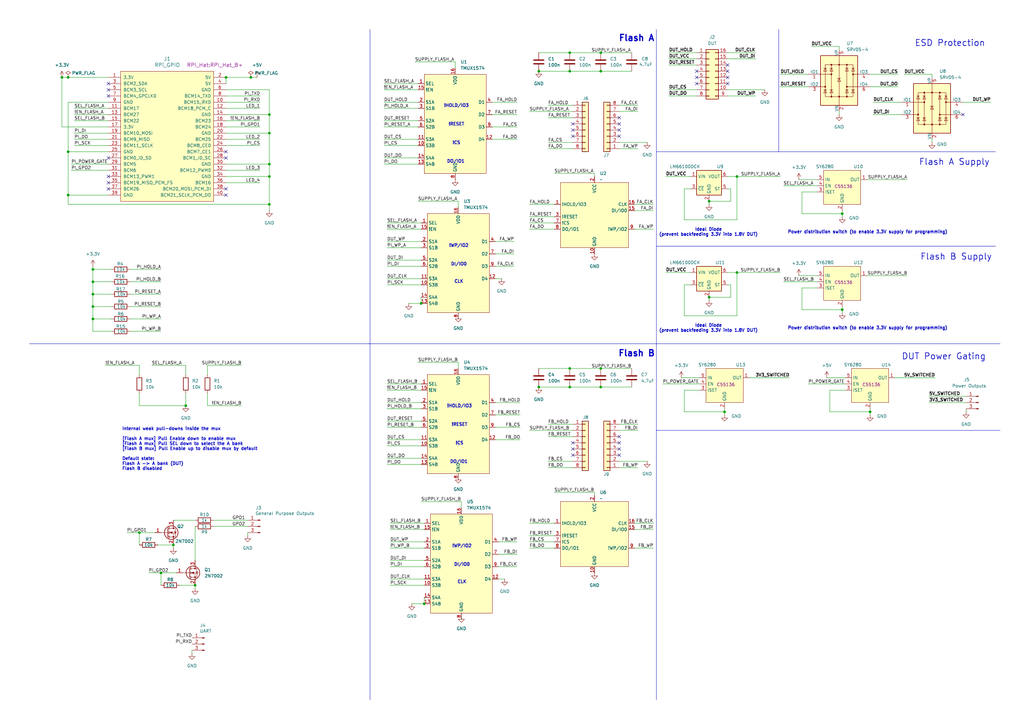
<source format=kicad_sch>
(kicad_sch (version 20231120) (generator "eeschema") (generator_version "8.0")
  (paper "A3")
  (junction (at 233.68 158.75))
  (junction (at 57.15 218.44))
  (junction (at 290.83 121.92))
  (junction (at 27.94 62.23))
  (junction (at 38.1 120.65))
  (junction (at 345.44 127))
  (junction (at 345.44 87.63))
  (junction (at 38.1 115.57))
  (junction (at 102.87 31.75))
  (junction (at 38.1 130.81))
  (junction (at 66.04 234.95))
  (junction (at 290.83 82.55))
  (junction (at 302.26 111.76))
  (junction (at 27.94 80.01))
  (junction (at 220.98 158.75))
  (junction (at 246.38 21.59))
  (junction (at 110.49 83.82))
  (junction (at 172.72 124.46))
  (junction (at 246.38 158.75))
  (junction (at 220.98 29.21))
  (junction (at 297.18 168.91))
  (junction (at 233.68 29.21))
  (junction (at 110.49 72.39))
  (junction (at 80.01 240.03))
  (junction (at 110.49 67.31))
  (junction (at 27.94 31.75))
  (junction (at 233.68 151.13))
  (junction (at 25.4 31.75))
  (junction (at 173.99 247.65))
  (junction (at 302.26 72.39))
  (junction (at 110.49 54.61))
  (junction (at 38.1 125.73))
  (junction (at 38.1 110.49))
  (junction (at 110.49 46.99))
  (junction (at 246.38 29.21))
  (junction (at 246.38 151.13))
  (junction (at 356.87 168.91))
  (junction (at 71.12 223.52))
  (junction (at 233.68 21.59))
  (junction (at 76.2 166.37))
  (junction (at 92.71 31.75))
  (no_connect (at 254 48.26))
  (no_connect (at 285.75 31.75))
  (no_connect (at 254 181.61))
  (no_connect (at 254 50.8))
  (no_connect (at 234.95 184.15))
  (no_connect (at 44.45 64.77))
  (no_connect (at 234.95 55.88))
  (no_connect (at 298.45 31.75))
  (no_connect (at 285.75 34.29))
  (no_connect (at 394.97 46.99))
  (no_connect (at 234.95 53.34))
  (no_connect (at 234.95 186.69))
  (no_connect (at 254 184.15))
  (no_connect (at 254 179.07))
  (no_connect (at 44.45 74.93))
  (no_connect (at 285.75 29.21))
  (no_connect (at 92.71 77.47))
  (no_connect (at 92.71 64.77))
  (no_connect (at 44.45 39.37))
  (no_connect (at 44.45 72.39))
  (no_connect (at 298.45 29.21))
  (no_connect (at 92.71 80.01))
  (no_connect (at 254 55.88))
  (no_connect (at 44.45 77.47))
  (no_connect (at 44.45 34.29))
  (no_connect (at 298.45 26.67))
  (no_connect (at 234.95 181.61))
  (no_connect (at 44.45 36.83))
  (no_connect (at 92.71 62.23))
  (no_connect (at 254 53.34))
  (no_connect (at 254 186.69))
  (no_connect (at 234.95 50.8))
  (no_connect (at 298.45 34.29))
  (wire (pts (xy 368.3 30.48) (xy 356.87 30.48)))
  (wire (pts (xy 38.1 125.73) (xy 38.1 130.81)))
  (polyline (pts (xy 151.765 12.065) (xy 151.765 140.97)))
  (wire (pts (xy 217.17 219.71) (xy 227.33 219.71)))
  (wire (pts (xy 254 189.23) (xy 265.43 189.23)))
  (wire (pts (xy 38.1 125.73) (xy 45.72 125.73)))
  (wire (pts (xy 283.21 116.84) (xy 280.67 116.84)))
  (wire (pts (xy 87.63 215.9) (xy 101.6 215.9)))
  (wire (pts (xy 280.67 129.54) (xy 302.26 129.54)))
  (wire (pts (xy 356.87 168.91) (xy 356.87 167.64)))
  (wire (pts (xy 335.28 78.74) (xy 328.93 78.74)))
  (wire (pts (xy 224.79 60.96) (xy 234.95 60.96)))
  (wire (pts (xy 274.32 26.67) (xy 285.75 26.67)))
  (wire (pts (xy 217.17 88.9) (xy 227.33 88.9)))
  (wire (pts (xy 57.15 223.52) (xy 57.15 218.44)))
  (wire (pts (xy 30.48 59.69) (xy 44.45 59.69)))
  (wire (pts (xy 217.17 45.72) (xy 234.95 45.72)))
  (wire (pts (xy 29.21 67.31) (xy 44.45 67.31)))
  (wire (pts (xy 220.98 21.59) (xy 233.68 21.59)))
  (wire (pts (xy 217.17 224.79) (xy 227.33 224.79)))
  (wire (pts (xy 217.17 83.82) (xy 227.33 83.82)))
  (wire (pts (xy 254 176.53) (xy 261.62 176.53)))
  (wire (pts (xy 158.75 91.44) (xy 172.72 91.44)))
  (wire (pts (xy 27.94 83.82) (xy 27.94 80.01)))
  (wire (pts (xy 297.18 170.18) (xy 297.18 168.91)))
  (wire (pts (xy 27.94 62.23) (xy 27.94 41.91)))
  (wire (pts (xy 213.36 180.34) (xy 203.2 180.34)))
  (wire (pts (xy 283.21 77.47) (xy 280.67 77.47)))
  (wire (pts (xy 171.45 82.55) (xy 187.96 82.55)))
  (wire (pts (xy 327.66 113.03) (xy 335.28 113.03)))
  (wire (pts (xy 358.14 46.99) (xy 369.57 46.99)))
  (wire (pts (xy 110.49 67.31) (xy 110.49 72.39)))
  (wire (pts (xy 298.45 36.83) (xy 313.69 36.83)))
  (wire (pts (xy 173.99 247.65) (xy 173.99 245.11)))
  (wire (pts (xy 71.12 213.36) (xy 80.01 213.36)))
  (wire (pts (xy 297.18 168.91) (xy 297.18 167.64)))
  (wire (pts (xy 204.47 222.25) (xy 212.09 222.25)))
  (wire (pts (xy 187.96 82.55) (xy 187.96 85.09)))
  (wire (pts (xy 246.38 151.13) (xy 259.08 151.13)))
  (wire (pts (xy 80.01 240.03) (xy 80.01 241.3)))
  (wire (pts (xy 158.75 93.98) (xy 172.72 93.98)))
  (wire (pts (xy 25.4 52.07) (xy 44.45 52.07)))
  (wire (pts (xy 233.68 21.59) (xy 246.38 21.59)))
  (wire (pts (xy 157.48 59.69) (xy 171.45 59.69)))
  (wire (pts (xy 158.75 99.06) (xy 172.72 99.06)))
  (wire (pts (xy 344.17 19.05) (xy 344.17 20.32)))
  (wire (pts (xy 227.33 201.93) (xy 243.84 201.93)))
  (wire (pts (xy 73.66 240.03) (xy 80.01 240.03)))
  (wire (pts (xy 92.71 39.37) (xy 106.68 39.37)))
  (wire (pts (xy 53.34 110.49) (xy 66.04 110.49)))
  (wire (pts (xy 106.68 49.53) (xy 92.71 49.53)))
  (wire (pts (xy 92.71 36.83) (xy 110.49 36.83)))
  (wire (pts (xy 157.48 49.53) (xy 171.45 49.53)))
  (wire (pts (xy 345.44 128.27) (xy 345.44 127)))
  (wire (pts (xy 30.48 44.45) (xy 44.45 44.45)))
  (wire (pts (xy 331.47 157.48) (xy 346.71 157.48)))
  (wire (pts (xy 260.35 93.98) (xy 267.97 93.98)))
  (polyline (pts (xy 269.24 176.53) (xy 410.21 176.53)))
  (wire (pts (xy 224.79 179.07) (xy 234.95 179.07)))
  (wire (pts (xy 382.27 30.48) (xy 382.27 31.75)))
  (wire (pts (xy 92.71 44.45) (xy 106.68 44.45)))
  (wire (pts (xy 204.47 227.33) (xy 212.09 227.33)))
  (wire (pts (xy 80.01 229.87) (xy 80.01 215.9)))
  (wire (pts (xy 246.38 21.59) (xy 259.08 21.59)))
  (polyline (pts (xy 151.765 140.97) (xy 151.13 140.97)))
  (wire (pts (xy 243.84 201.93) (xy 243.84 203.2)))
  (wire (pts (xy 203.2 99.06) (xy 210.82 99.06)))
  (wire (pts (xy 233.68 29.21) (xy 246.38 29.21)))
  (wire (pts (xy 203.2 104.14) (xy 210.82 104.14)))
  (wire (pts (xy 260.35 217.17) (xy 267.97 217.17)))
  (wire (pts (xy 298.45 39.37) (xy 309.88 39.37)))
  (wire (pts (xy 38.1 120.65) (xy 45.72 120.65)))
  (wire (pts (xy 213.36 170.18) (xy 203.2 170.18)))
  (wire (pts (xy 212.09 46.99) (xy 201.93 46.99)))
  (polyline (pts (xy 269.24 176.53) (xy 269.24 287.02)))
  (wire (pts (xy 53.34 120.65) (xy 66.04 120.65)))
  (wire (pts (xy 172.72 124.46) (xy 172.72 121.92)))
  (wire (pts (xy 27.94 80.01) (xy 44.45 80.01)))
  (wire (pts (xy 187.96 196.85) (xy 187.96 195.58)))
  (wire (pts (xy 160.02 229.87) (xy 173.99 229.87)))
  (wire (pts (xy 57.15 149.86) (xy 57.15 153.67)))
  (wire (pts (xy 302.26 90.17) (xy 302.26 72.39)))
  (wire (pts (xy 345.44 127) (xy 345.44 125.73)))
  (wire (pts (xy 246.38 29.21) (xy 259.08 29.21)))
  (wire (pts (xy 38.1 130.81) (xy 38.1 135.89)))
  (wire (pts (xy 204.47 237.49) (xy 207.01 237.49)))
  (wire (pts (xy 187.96 148.59) (xy 187.96 151.13)))
  (wire (pts (xy 160.02 217.17) (xy 173.99 217.17)))
  (wire (pts (xy 57.15 218.44) (xy 63.5 218.44)))
  (wire (pts (xy 66.04 234.95) (xy 72.39 234.95)))
  (wire (pts (xy 203.2 109.22) (xy 210.82 109.22)))
  (wire (pts (xy 280.67 160.02) (xy 280.67 168.91)))
  (wire (pts (xy 335.28 118.11) (xy 328.93 118.11)))
  (wire (pts (xy 38.1 135.89) (xy 45.72 135.89)))
  (wire (pts (xy 271.78 157.48) (xy 287.02 157.48)))
  (wire (pts (xy 52.07 218.44) (xy 57.15 218.44)))
  (wire (pts (xy 189.23 205.74) (xy 189.23 208.28)))
  (wire (pts (xy 212.09 57.15) (xy 201.93 57.15)))
  (wire (pts (xy 110.49 54.61) (xy 110.49 67.31)))
  (wire (pts (xy 160.02 232.41) (xy 173.99 232.41)))
  (wire (pts (xy 345.44 87.63) (xy 328.93 87.63)))
  (wire (pts (xy 172.72 205.74) (xy 189.23 205.74)))
  (wire (pts (xy 217.17 91.44) (xy 227.33 91.44)))
  (wire (pts (xy 299.72 82.55) (xy 290.83 82.55)))
  (polyline (pts (xy 151.765 140.97) (xy 151.765 287.02)))
  (wire (pts (xy 307.34 154.94) (xy 323.85 154.94)))
  (wire (pts (xy 217.17 222.25) (xy 227.33 222.25)))
  (wire (pts (xy 370.84 30.48) (xy 382.27 30.48)))
  (wire (pts (xy 260.35 86.36) (xy 267.97 86.36)))
  (wire (pts (xy 30.48 54.61) (xy 44.45 54.61)))
  (wire (pts (xy 254 173.99) (xy 261.62 173.99)))
  (wire (pts (xy 30.48 49.53) (xy 44.45 49.53)))
  (wire (pts (xy 224.79 191.77) (xy 234.95 191.77)))
  (wire (pts (xy 298.45 21.59) (xy 309.88 21.59)))
  (wire (pts (xy 217.17 214.63) (xy 227.33 214.63)))
  (wire (pts (xy 29.21 69.85) (xy 44.45 69.85)))
  (wire (pts (xy 76.2 161.29) (xy 76.2 166.37)))
  (wire (pts (xy 254 43.18) (xy 261.62 43.18)))
  (wire (pts (xy 213.36 175.26) (xy 203.2 175.26)))
  (wire (pts (xy 243.84 71.12) (xy 243.84 72.39)))
  (wire (pts (xy 157.48 52.07) (xy 171.45 52.07)))
  (wire (pts (xy 92.71 31.75) (xy 92.71 34.29)))
  (polyline (pts (xy 269.24 12.065) (xy 269.24 140.97)))
  (wire (pts (xy 157.48 34.29) (xy 171.45 34.29)))
  (wire (pts (xy 160.02 240.03) (xy 173.99 240.03)))
  (wire (pts (xy 382.27 57.15) (xy 382.27 58.42)))
  (polyline (pts (xy 269.24 100.965) (xy 408.305 100.965)))
  (wire (pts (xy 290.83 82.55) (xy 290.83 83.82)))
  (wire (pts (xy 92.71 67.31) (xy 110.49 67.31)))
  (wire (pts (xy 101.6 218.44) (xy 101.6 219.71)))
  (wire (pts (xy 38.1 110.49) (xy 45.72 110.49)))
  (wire (pts (xy 92.71 46.99) (xy 110.49 46.99)))
  (wire (pts (xy 302.26 72.39) (xy 320.04 72.39)))
  (wire (pts (xy 62.23 149.86) (xy 76.2 149.86)))
  (wire (pts (xy 290.83 121.92) (xy 290.83 123.19)))
  (wire (pts (xy 332.74 19.05) (xy 344.17 19.05)))
  (wire (pts (xy 220.98 158.75) (xy 233.68 158.75)))
  (wire (pts (xy 157.48 36.83) (xy 171.45 36.83)))
  (wire (pts (xy 158.75 165.1) (xy 172.72 165.1)))
  (wire (pts (xy 158.75 157.48) (xy 172.72 157.48)))
  (wire (pts (xy 43.18 149.86) (xy 57.15 149.86)))
  (wire (pts (xy 224.79 58.42) (xy 234.95 58.42)))
  (wire (pts (xy 160.02 214.63) (xy 173.99 214.63)))
  (wire (pts (xy 85.09 149.86) (xy 85.09 153.67)))
  (wire (pts (xy 246.38 158.75) (xy 259.08 158.75)))
  (wire (pts (xy 280.67 116.84) (xy 280.67 129.54)))
  (wire (pts (xy 110.49 72.39) (xy 110.49 83.82)))
  (wire (pts (xy 212.09 52.07) (xy 201.93 52.07)))
  (wire (pts (xy 157.48 67.31) (xy 171.45 67.31)))
  (wire (pts (xy 220.98 151.13) (xy 233.68 151.13)))
  (wire (pts (xy 157.48 41.91) (xy 171.45 41.91)))
  (wire (pts (xy 355.6 73.66) (xy 372.11 73.66)))
  (wire (pts (xy 30.48 57.15) (xy 44.45 57.15)))
  (wire (pts (xy 53.34 130.81) (xy 66.04 130.81)))
  (wire (pts (xy 105.41 31.75) (xy 102.87 31.75)))
  (wire (pts (xy 345.44 88.9) (xy 345.44 87.63)))
  (wire (pts (xy 346.71 160.02) (xy 340.36 160.02)))
  (wire (pts (xy 224.79 43.18) (xy 234.95 43.18)))
  (wire (pts (xy 85.09 166.37) (xy 99.06 166.37)))
  (wire (pts (xy 355.6 113.03) (xy 372.11 113.03)))
  (wire (pts (xy 356.87 168.91) (xy 340.36 168.91)))
  (wire (pts (xy 110.49 72.39) (xy 92.71 72.39)))
  (wire (pts (xy 38.1 109.22) (xy 38.1 110.49)))
  (wire (pts (xy 110.49 83.82) (xy 110.49 86.36)))
  (wire (pts (xy 224.79 48.26) (xy 234.95 48.26)))
  (wire (pts (xy 157.48 44.45) (xy 171.45 44.45)))
  (wire (pts (xy 27.94 31.75) (xy 44.45 31.75)))
  (wire (pts (xy 92.71 54.61) (xy 110.49 54.61)))
  (polyline (pts (xy 12.065 140.97) (xy 410.21 140.97)))
  (wire (pts (xy 158.75 190.5) (xy 172.72 190.5)))
  (wire (pts (xy 92.71 57.15) (xy 106.68 57.15)))
  (wire (pts (xy 227.33 71.12) (xy 243.84 71.12)))
  (wire (pts (xy 320.04 30.48) (xy 331.47 30.48)))
  (wire (pts (xy 158.75 182.88) (xy 172.72 182.88)))
  (wire (pts (xy 224.79 189.23) (xy 234.95 189.23)))
  (wire (pts (xy 381 165.1) (xy 396.24 165.1)))
  (wire (pts (xy 187.96 130.81) (xy 187.96 129.54)))
  (wire (pts (xy 328.93 78.74) (xy 328.93 87.63)))
  (wire (pts (xy 38.1 130.81) (xy 45.72 130.81)))
  (wire (pts (xy 356.87 170.18) (xy 356.87 168.91)))
  (wire (pts (xy 328.93 118.11) (xy 328.93 127)))
  (wire (pts (xy 85.09 161.29) (xy 85.09 166.37)))
  (wire (pts (xy 321.31 76.2) (xy 335.28 76.2)))
  (wire (pts (xy 298.45 116.84) (xy 299.72 116.84)))
  (wire (pts (xy 287.02 160.02) (xy 280.67 160.02)))
  (wire (pts (xy 233.68 158.75) (xy 246.38 158.75)))
  (wire (pts (xy 87.63 213.36) (xy 101.6 213.36)))
  (wire (pts (xy 158.75 116.84) (xy 172.72 116.84)))
  (wire (pts (xy 157.48 64.77) (xy 171.45 64.77)))
  (wire (pts (xy 345.44 127) (xy 328.93 127)))
  (wire (pts (xy 160.02 237.49) (xy 173.99 237.49)))
  (wire (pts (xy 38.1 115.57) (xy 45.72 115.57)))
  (wire (pts (xy 260.35 214.63) (xy 267.97 214.63)))
  (wire (pts (xy 53.34 125.73) (xy 66.04 125.73)))
  (wire (pts (xy 27.94 62.23) (xy 44.45 62.23)))
  (wire (pts (xy 170.18 25.4) (xy 186.69 25.4)))
  (wire (pts (xy 92.71 74.93) (xy 106.68 74.93)))
  (wire (pts (xy 298.45 111.76) (xy 302.26 111.76)))
  (wire (pts (xy 273.05 72.39) (xy 283.21 72.39)))
  (wire (pts (xy 358.14 41.91) (xy 369.57 41.91)))
  (wire (pts (xy 254 58.42) (xy 265.43 58.42)))
  (wire (pts (xy 168.91 247.65) (xy 173.99 247.65)))
  (wire (pts (xy 297.18 168.91) (xy 280.67 168.91)))
  (wire (pts (xy 367.03 154.94) (xy 383.54 154.94)))
  (wire (pts (xy 92.71 41.91) (xy 106.68 41.91)))
  (wire (pts (xy 345.44 87.63) (xy 345.44 86.36)))
  (wire (pts (xy 71.12 223.52) (xy 71.12 224.79)))
  (wire (pts (xy 302.26 111.76) (xy 320.04 111.76)))
  (polyline (pts (xy 269.24 62.23) (xy 408.305 62.23)))
  (wire (pts (xy 189.23 254) (xy 189.23 252.73)))
  (wire (pts (xy 260.35 83.82) (xy 267.97 83.82)))
  (wire (pts (xy 38.1 115.57) (xy 38.1 120.65)))
  (wire (pts (xy 167.64 124.46) (xy 172.72 124.46)))
  (polyline (pts (xy 269.24 140.97) (xy 269.24 176.53)))
  (wire (pts (xy 321.31 115.57) (xy 335.28 115.57)))
  (wire (pts (xy 339.09 154.94) (xy 346.71 154.94)))
  (wire (pts (xy 110.49 36.83) (xy 110.49 46.99)))
  (wire (pts (xy 60.96 234.95) (xy 66.04 234.95)))
  (wire (pts (xy 368.3 35.56) (xy 356.87 35.56)))
  (wire (pts (xy 53.34 135.89) (xy 66.04 135.89)))
  (wire (pts (xy 158.75 160.02) (xy 172.72 160.02)))
  (wire (pts (xy 158.75 167.64) (xy 172.72 167.64)))
  (wire (pts (xy 254 60.96) (xy 261.62 60.96)))
  (wire (pts (xy 340.36 160.02) (xy 340.36 168.91)))
  (wire (pts (xy 320.04 35.56) (xy 331.47 35.56)))
  (wire (pts (xy 280.67 77.47) (xy 280.67 90.17)))
  (wire (pts (xy 299.72 77.47) (xy 299.72 82.55)))
  (wire (pts (xy 260.35 224.79) (xy 267.97 224.79)))
  (wire (pts (xy 85.09 149.86) (xy 99.06 149.86)))
  (wire (pts (xy 171.45 148.59) (xy 187.96 148.59)))
  (wire (pts (xy 158.75 180.34) (xy 172.72 180.34)))
  (wire (pts (xy 254 45.72) (xy 261.62 45.72)))
  (wire (pts (xy 30.48 46.99) (xy 44.45 46.99)))
  (wire (pts (xy 160.02 222.25) (xy 173.99 222.25)))
  (wire (pts (xy 224.79 173.99) (xy 234.95 173.99)))
  (wire (pts (xy 57.15 166.37) (xy 57.15 161.29)))
  (wire (pts (xy 27.94 83.82) (xy 110.49 83.82)))
  (wire (pts (xy 280.67 90.17) (xy 302.26 90.17)))
  (wire (pts (xy 78.74 266.7) (xy 78.74 267.97)))
  (wire (pts (xy 204.47 232.41) (xy 212.09 232.41)))
  (wire (pts (xy 302.26 129.54) (xy 302.26 111.76)))
  (wire (pts (xy 160.02 224.79) (xy 173.99 224.79)))
  (wire (pts (xy 158.75 106.68) (xy 172.72 106.68)))
  (wire (pts (xy 274.32 36.83) (xy 285.75 36.83)))
  (wire (pts (xy 217.17 176.53) (xy 234.95 176.53)))
  (wire (pts (xy 406.4 41.91) (xy 394.97 41.91)))
  (wire (pts (xy 327.66 73.66) (xy 335.28 73.66)))
  (wire (pts (xy 213.36 165.1) (xy 203.2 165.1)))
  (wire (pts (xy 158.75 114.3) (xy 172.72 114.3)))
  (wire (pts (xy 27.94 80.01) (xy 27.94 62.23)))
  (wire (pts (xy 298.45 72.39) (xy 302.26 72.39)))
  (wire (pts (xy 217.17 93.98) (xy 227.33 93.98)))
  (wire (pts (xy 233.68 151.13) (xy 246.38 151.13)))
  (wire (pts (xy 158.75 175.26) (xy 172.72 175.26)))
  (wire (pts (xy 298.45 24.13) (xy 309.88 24.13)))
  (wire (pts (xy 220.98 29.21) (xy 233.68 29.21)))
  (wire (pts (xy 299.72 121.92) (xy 290.83 121.92)))
  (wire (pts (xy 299.72 116.84) (xy 299.72 121.92)))
  (wire (pts (xy 298.45 77.47) (xy 299.72 77.47)))
  (wire (pts (xy 396.24 167.64) (xy 396.24 168.91)))
  (wire (pts (xy 38.1 110.49) (xy 38.1 115.57)))
  (wire (pts (xy 273.05 111.76) (xy 283.21 111.76)))
  (wire (pts (xy 186.69 25.4) (xy 186.69 27.94)))
  (wire (pts (xy 254 191.77) (xy 261.62 191.77)))
  (wire (pts (xy 25.4 31.75) (xy 27.94 31.75)))
  (wire (pts (xy 158.75 172.72) (xy 172.72 172.72)))
  (wire (pts (xy 92.71 59.69) (xy 106.68 59.69)))
  (wire (pts (xy 27.94 41.91) (xy 44.45 41.91)))
  (wire (pts (xy 76.2 166.37) (xy 57.15 166.37)))
  (wire (pts (xy 274.32 21.59) (xy 285.75 21.59)))
  (wire (pts (xy 157.48 57.15) (xy 171.45 57.15)))
  (wire (pts (xy 381 162.56) (xy 396.24 162.56)))
  (wire (pts (xy 212.09 41.91) (xy 201.93 41.91)))
  (wire (pts (xy 92.71 69.85) (xy 106.68 69.85)))
  (wire (pts (xy 274.32 24.13) (xy 285.75 24.13)))
  (wire (pts (xy 25.4 52.07) (xy 25.4 31.75)))
  (wire (pts (xy 158.75 109.22) (xy 172.72 109.22)))
  (wire (pts (xy 66.04 240.03) (xy 66.04 234.95)))
  (wire (pts (xy 158.75 187.96) (xy 172.72 187.96)))
  (wire (pts (xy 344.17 45.72) (xy 344.17 46.99)))
  (wire (pts (xy 92.71 52.07) (xy 106.68 52.07)))
  (wire (pts (xy 274.32 39.37) (xy 285.75 39.37)))
  (wire (pts (xy 38.1 120.65) (xy 38.1 125.73)))
  (wire (pts (xy 158.75 101.6) (xy 172.72 101.6)))
  (wire (pts (xy 53.34 115.57) (xy 66.04 115.57)))
  (wire (pts (xy 76.2 149.86) (xy 76.2 153.67)))
  (wire (pts (xy 64.77 223.52) (xy 71.12 223.52)))
  (wire (pts (xy 110.49 46.99) (xy 110.49 54.61)))
  (wire (pts (xy 279.4 154.94) (xy 287.02 154.94)))
  (wire (pts (xy 203.2 114.3) (xy 205.74 114.3)))
  (polyline (pts (xy 319.405 12.065) (xy 319.405 62.23)))
  (wire (pts (xy 102.87 31.75) (xy 92.71 31.75)))
  (text "!HOLD/IO3" (at 188.468 166.624 0) (effects (font (size 1.27 1.27) (thickness 0.254) (bold yes))))
  (text "Flash B" (at 261.112 145.034 0) (effects (font (size 2.54 2.54) (thickness 0.508) (bold yes))))
  (text "Power distribution switch (to enable 3.3V supply for programming)" (at 355.854 134.62 0) (effects (font (size 1.27 1.27) (thickness 0.254) (bold yes))))
  (text "Power distribution switch (to enable 3.3V supply for programming)" (at 355.854 95.25 0) (effects (font (size 1.27 1.27) (thickness 0.254) (bold yes))))
  (text "!RESET" (at 188.468 174.244 0) (effects (font (size 1.27 1.27) (thickness 0.254) (bold yes))))
  (text "Flash B Supply" (at 392.176 105.41 0) (effects (font (size 2.54 2.54) (thickness 0.254) (bold yes))))
  (text "Ideal Diode\n(prevent backfeeding 3.3V into 1.8V DUT)" (at 290.576 95.25 0) (effects (font (size 1.27 1.27) (thickness 0.254) (bold yes))))
  (text "CLK" (at 188.214 115.57 0) (effects (font (size 1.27 1.27) (thickness 0.254) (bold yes))))
  (text "ESD Protection" (at 389.636 17.78 0) (effects (font (size 2.54 2.54) (thickness 0.254) (bold yes))))
  (text "!CS" (at 187.198 58.674 0) (effects (font (size 1.27 1.27) (thickness 0.254) (bold yes))))
  (text "DO/IO1" (at 188.214 189.484 0) (effects (font (size 1.27 1.27) (thickness 0.254) (bold yes))))
  (text "Flash A Supply" (at 391.414 66.548 0) (effects (font (size 2.54 2.54) (thickness 0.254) (bold yes))))
  (text "Ideal Diode\n(prevent backfeeding 3.3V into 1.8V DUT)" (at 290.576 134.62 0) (effects (font (size 1.27 1.27) (thickness 0.254) (bold yes))))
  (text "DI/IO0" (at 188.214 108.458 0) (effects (font (size 1.27 1.27) (thickness 0.254) (bold yes))))
  (text "CLK" (at 189.484 238.76 0) (effects (font (size 1.27 1.27) (thickness 0.254) (bold yes))))
  (text "!WP/IO2" (at 188.214 100.838 0) (effects (font (size 1.27 1.27) (thickness 0.254) (bold yes))))
  (text "DI/IO0" (at 189.484 231.648 0) (effects (font (size 1.27 1.27) (thickness 0.254) (bold yes))))
  (text "!HOLD/IO3" (at 187.198 43.434 0) (effects (font (size 1.27 1.27) (thickness 0.254) (bold yes))))
  (text "!CS" (at 188.468 181.864 0) (effects (font (size 1.27 1.27) (thickness 0.254) (bold yes))))
  (text "Flash A" (at 261.112 15.748 0) (effects (font (size 2.54 2.54) (thickness 0.508) (bold yes))))
  (text "!RESET" (at 187.198 51.054 0) (effects (font (size 1.27 1.27) (thickness 0.254) (bold yes))))
  (text "DO/IO1" (at 186.944 66.294 0) (effects (font (size 1.27 1.27) (thickness 0.254) (bold yes))))
  (text "DUT Power Gating" (at 387.096 146.304 0) (effects (font (size 2.54 2.54) (thickness 0.254) (bold yes))))
  (text "!WP/IO2" (at 189.484 224.028 0) (effects (font (size 1.27 1.27) (thickness 0.254) (bold yes))))
  (text "Internal weak pull-downs inside the mux\n\n[Flash A mux] Pull Enable down to enable mux\n[Flash A mux] Pull SEL down to select the A bank\n[Flash B mux] Pull Enable up to disable mux by default\n\nDefault state: \nFlash A -> A bank (DUT)\nFlash B disabled" (at 50.038 184.15 0) (effects (font (size 1.27 1.27) (thickness 0.254) (bold yes)) (justify left)))
  (label "PI_POWER_GATE" (at 331.47 157.48 0) (effects (font (thickness 0.1588))))
  (label "DUT_HOLD" (at 157.48 41.91 0) (effects (font (thickness 0.1588))))
  (label "PI_DO" (at 157.48 67.31 0))
  (label "FA_CS" (at 217.17 91.44 0) (effects (font (thickness 0.1588))))
  (label "FB_DI" (at 261.62 176.53 180) (effects (font (thickness 0.1588))))
  (label "DUT_RESET" (at 157.48 49.53 0) (effects (font (thickness 0.1588))))
  (label "PI_TXD" (at 106.68 39.37 180))
  (label "DUT_VCC" (at 370.84 30.48 0) (effects (font (thickness 0.254) (bold yes))))
  (label "DUT_DO" (at 274.32 39.37 0) (effects (font (thickness 0.254) (bold yes))))
  (label "PI_RXD" (at 78.74 264.16 180))
  (label "PI_GPO1" (at 52.07 218.44 0))
  (label "FB_WP" (at 261.62 191.77 180) (effects (font (thickness 0.1588))))
  (label "PI_HOLD_B" (at 158.75 167.64 0) (effects (font (thickness 0.1588))))
  (label "DUT_CS" (at 274.32 36.83 0) (effects (font (thickness 0.254) (bold yes))))
  (label "DUT_RESET" (at 274.32 26.67 0) (effects (font (thickness 0.254) (bold yes))))
  (label "PI_DI" (at 30.48 54.61 0))
  (label "DUT_HOLD" (at 274.32 21.59 0) (effects (font (thickness 0.254) (bold yes))))
  (label "SUPPLY_FLASH_B" (at 171.45 148.59 0))
  (label "FA_CLK" (at 210.82 109.22 180) (effects (font (thickness 0.1588))))
  (label "SUPPLY_FLASH_A" (at 217.17 45.72 0))
  (label "SUPPLY_FLASH_A" (at 171.45 82.55 0))
  (label "!EN_FLASH_A" (at 158.75 93.98 0) (effects (font (thickness 0.1588))))
  (label "GPO1" (at 95.25 213.36 0))
  (label "FA_CLK" (at 267.97 83.82 180) (effects (font (thickness 0.1588))))
  (label "SUPPLY_FLASH_B" (at 320.04 111.76 180))
  (label "PI_GPO2" (at 29.21 69.85 0))
  (label "PI_POWER_GATE" (at 271.78 157.48 0) (effects (font (thickness 0.1588))))
  (label "LED_3" (at 106.68 69.85 180) (effects (font (thickness 0.1588))))
  (label "SUPPLY_FLASH_B" (at 99.06 149.86 180))
  (label "LED_1" (at 106.68 44.45 180) (effects (font (thickness 0.1588))))
  (label "PI_GPO2" (at 60.96 234.95 0))
  (label "SUPPLY_FLASH_A" (at 372.11 73.66 180))
  (label "FB_DO" (at 224.79 191.77 0) (effects (font (thickness 0.1588))))
  (label "FA_RESET" (at 217.17 88.9 0) (effects (font (thickness 0.1588))))
  (label "DUT_DO" (at 157.48 64.77 0) (effects (font (thickness 0.1588))))
  (label "!EN_FLASH_B" (at 158.75 160.02 0) (effects (font (thickness 0.1588))))
  (label "FB_CLK" (at 212.09 232.41 180) (effects (font (thickness 0.1588))))
  (label "FA_WP" (at 267.97 93.98 180) (effects (font (thickness 0.1588))))
  (label "FA_DI" (at 267.97 86.36 180) (effects (font (thickness 0.1588))))
  (label "DUT_DI" (at 158.75 106.68 0) (effects (font (thickness 0.1588))))
  (label "LED_4" (at 106.68 74.93 180) (effects (font (thickness 0.1588))))
  (label "DUT_DI" (at 160.02 229.87 0) (effects (font (thickness 0.1588))))
  (label "PI_POWER_GATE" (at 29.21 67.31 0) (effects (font (thickness 0.1588))))
  (label "FB_RESET" (at 217.17 219.71 0) (effects (font (thickness 0.1588))))
  (label "FA_DO" (at 212.09 57.15 180) (effects (font (thickness 0.1588))))
  (label "DUT_RESET" (at 320.04 35.56 0) (effects (font (thickness 0.254) (bold yes))))
  (label "PI_RESET_B" (at 66.04 125.73 180) (effects (font (thickness 0.1588))))
  (label "DUT_CLK" (at 309.88 21.59 180) (effects (font (thickness 0.254) (bold yes))))
  (label "FA_DI" (at 210.82 104.14 180) (effects (font (thickness 0.1588))))
  (label "PI_GPO1" (at 106.68 52.07 180))
  (label "SEL_FLASH_B" (at 30.48 49.53 0) (effects (font (thickness 0.1588))))
  (label "SEL_FLASH_A" (at 321.31 76.2 0) (effects (font (thickness 0.1588))))
  (label "SUPPLY_FLASH_A" (at 170.18 25.4 0))
  (label "SUPPLY_FLASH_B" (at 372.11 113.03 180))
  (label "PI_HOLD_A" (at 157.48 44.45 0) (effects (font (thickness 0.1588))))
  (label "FB_CS" (at 224.79 189.23 0) (effects (font (thickness 0.1588))))
  (label "3V3_SWITCHED" (at 381 165.1 0) (effects (font (thickness 0.254) (bold yes))))
  (label "FB_HOLD" (at 217.17 214.63 0) (effects (font (thickness 0.1588))))
  (label "FA_WP" (at 261.62 60.96 180) (effects (font (thickness 0.1588))))
  (label "PI_RESET_A" (at 66.04 120.65 180) (effects (font (thickness 0.1588))))
  (label "DUT_DO" (at 368.3 35.56 180) (effects (font (thickness 0.254) (bold yes))))
  (label "SEL_FLASH_A" (at 158.75 91.44 0) (effects (font (thickness 0.1588))))
  (label "!EN_FLASH_A" (at 30.48 46.99 0) (effects (font (thickness 0.1588))))
  (label "FA_HOLD" (at 224.79 43.18 0) (effects (font (thickness 0.1588))))
  (label "DUT_WP" (at 160.02 222.25 0) (effects (font (thickness 0.1588))))
  (label "SUPPLY_FLASH_A" (at 320.04 72.39 180))
  (label "DUT_CS" (at 157.48 57.15 0) (effects (font (thickness 0.1588))))
  (label "SUPPLY_FLASH_B" (at 227.33 201.93 0))
  (label "5V_SWITCHED" (at 381 162.56 0) (effects (font (thickness 0.254) (bold yes))))
  (label "PI_RESET_B" (at 158.75 175.26 0) (effects (font (thickness 0.1588))))
  (label "PI_TXD" (at 78.74 261.62 180))
  (label "DUT_RESET" (at 158.75 172.72 0) (effects (font (thickness 0.1588))))
  (label "DUT_VCC" (at 332.74 19.05 0) (effects (font (thickness 0.254) (bold yes))))
  (label "SEL_FLASH_A" (at 30.48 44.45 0) (effects (font (thickness 0.1588))))
  (label "DUT_DO" (at 158.75 187.96 0) (effects (font (thickness 0.1588))))
  (label "SUPPLY_FLASH_B" (at 242.57 151.13 0))
  (label "PI_DO" (at 30.48 57.15 0))
  (label "FA_RESET" (at 224.79 48.26 0) (effects (font (thickness 0.1588))))
  (label "SUPPLY_FLASH_B" (at 217.17 176.53 0))
  (label "DUT_VCC" (at 273.05 72.39 0) (effects (font (thickness 0.254) (bold yes))))
  (label "FB_DO" (at 213.36 180.34 180) (effects (font (thickness 0.1588))))
  (label "DUT_WP" (at 406.4 41.91 180) (effects (font (thickness 0.254) (bold yes))))
  (label "DUT_CS" (at 158.75 180.34 0) (effects (font (thickness 0.1588))))
  (label "FA_WP" (at 210.82 99.06 180) (effects (font (thickness 0.1588))))
  (label "FB_WP" (at 212.09 222.25 180) (effects (font (thickness 0.1588))))
  (label "SUPPLY_FLASH_B" (at 172.72 205.74 0))
  (label "FB_WP" (at 267.97 224.79 180) (effects (font (thickness 0.1588))))
  (label "FB_DO" (at 217.17 224.79 0) (effects (font (thickness 0.1588))))
  (label "FA_RESET" (at 212.09 46.99 180) (effects (font (thickness 0.1588))))
  (label "SEL_FLASH_A" (at 157.48 34.29 0) (effects (font (thickness 0.1588))))
  (label "FB_CS" (at 213.36 175.26 180) (effects (font (thickness 0.1588))))
  (label "LED_2" (at 106.68 57.15 180) (effects (font (thickness 0.1588))))
  (label "FB_HOLD" (at 224.79 173.99 0) (effects (font (thickness 0.1588))))
  (label "FA_CS" (at 212.09 52.07 180) (effects (font (thickness 0.1588))))
  (label "GPO2" (at 95.25 215.9 0))
  (label "PI_SCK" (at 30.48 59.69 0))
  (label "FA_DI" (at 261.62 45.72 180) (effects (font (thickness 0.1588))))
  (label "FB_RESET" (at 213.36 170.18 180) (effects (font (thickness 0.1588))))
  (label "DUT_CLK" (at 158.75 114.3 0) (effects (font (thickness 0.1588))))
  (label "PI_CS" (at 158.75 182.88 0))
  (label "SUPPLY_FLASH_A" (at 227.33 71.12 0))
  (label "!EN_FLASH_B" (at 99.06 166.37 180) (effects (font (thickness 0.1588))))
  (label "FB_HOLD" (at 213.36 165.1 180) (effects (font (thickness 0.1588))))
  (label "PI_WP_A" (at 158.75 101.6 0) (effects (font (thickness 0.1588))))
  (label "PI_DI" (at 160.02 232.41 0))
  (label "3V3_SWITCHED" (at 323.85 154.94 180) (effects (font (thickness 0.254) (bold yes))))
  (label "FA_DO" (at 224.79 60.96 0) (effects (font (thickness 0.1588))))
  (label "PI_WP_A" (at 66.04 130.81 180) (effects (font (thickness 0.1588))))
  (label "FB_DI" (at 212.09 227.33 180) (effects (font (thickness 0.1588))))
  (label "PI_CS" (at 106.68 59.69 180))
  (label "DUT_CLK" (at 358.14 41.91 0) (effects (font (thickness 0.254) (bold yes))))
  (label "5V_SWITCHED" (at 383.54 154.94 180) (effects (font (thickness 0.254) (bold yes))))
  (label "DUT_WP" (at 309.88 39.37 180) (effects (font (thickness 0.254) (bold yes))))
  (label "PI_HOLD_B" (at 66.04 115.57 180) (effects (font (thickness 0.1588))))
  (label "SUPPLY_FLASH_A" (at 242.57 21.59 0))
  (label "SEL_FLASH_B" (at 160.02 214.63 0) (effects (font (thickness 0.1588))))
  (label "FB_CS" (at 217.17 222.25 0) (effects (font (thickness 0.1588))))
  (label "!EN_FLASH_B" (at 160.02 217.17 0) (effects (font (thickness 0.1588))))
  (label "FB_CLK" (at 261.62 173.99 180) (effects (font (thickness 0.1588))))
  (label "DUT_WP" (at 158.75 99.06 0) (effects (font (thickness 0.1588))))
  (label "DUT_DI" (at 309.88 24.13 180) (effects (font (thickness 0.254) (bold yes))))
  (label "PI_CS" (at 157.48 59.69 0))
  (label "FA_CS" (at 224.79 58.42 0) (effects (font (thickness 0.1588))))
  (label "SEL_FLASH_B" (at 321.31 115.57 0) (effects (font (thickness 0.1588))))
  (label "!EN_FLASH_B" (at 106.68 49.53 180) (effects (font (thickness 0.1588))))
  (label "PI_SCK" (at 158.75 116.84 0))
  (label "DUT_HOLD" (at 158.75 165.1 0) (effects (font (thickness 0.1588))))
  (label "FB_CLK" (at 267.97 214.63 180) (effects (font (thickness 0.1588))))
  (label "PI_SCK" (at 160.02 240.03 0))
  (label "PI_DO" (at 158.75 190.5 0))
  (label "!EN_FLASH_A" (at 43.18 149.86 0) (effects (font (thickness 0.1588))))
  (label "PI_WP_B" (at 160.02 224.79 0) (effects (font (thickness 0.1588))))
  (label "DUT_DI" (at 358.14 46.99 0) (effects (font (thickness 0.254) (bold yes))))
  (label "DUT_CLK" (at 160.02 237.49 0) (effects (font (thickness 0.1588))))
  (label "FB_RESET" (at 224.79 179.07 0) (effects (font (thickness 0.1588))))
  (label "DUT_CS" (at 368.3 30.48 180) (effects (font (thickness 0.254) (bold yes))))
  (label "PI_DI" (at 158.75 109.22 0))
  (label "!EN_FLASH_A" (at 157.48 36.83 0) (effects (font (thickness 0.1588))))
  (label "PI_HOLD_A" (at 66.04 110.49 180) (effects (font (thickness 0.1588))))
  (label "PI_RXD" (at 106.68 41.91 180))
  (label "DUT_HOLD" (at 320.04 30.48 0) (effects (font (thickness 0.254) (bold yes))))
  (label "SEL_FLASH_A" (at 62.23 149.86 0) (effects (font (thickness 0.1588))))
  (label "FA_HOLD" (at 217.17 83.82 0) (effects (font (thickness 0.1588))))
  (label "PI_RESET_A" (at 157.48 52.07 0) (effects (font (thickness 0.1588))))
  (label "DUT_VCC" (at 273.05 111.76 0) (effects (font (thickness 0.254) (bold yes))))
  (label "FA_DO" (at 217.17 93.98 0) (effects (font (thickness 0.1588))))
  (label "FB_DI" (at 267.97 217.17 180) (effects (font (thickness 0.1588))))
  (label "PI_WP_B" (at 66.04 135.89 180) (effects (font (thickness 0.1588))))
  (label "SEL_FLASH_B" (at 158.75 157.48 0) (effects (font (thickness 0.1588))))
  (label "DUT_VCC" (at 274.32 24.13 0) (effects (font (thickness 0.254) (bold yes))))
  (label "FA_CLK" (at 261.62 43.18 180) (effects (font (thickness 0.1588))))
  (label "FA_HOLD" (at 212.09 41.91 180) (effects (font (thickness 0.1588))))
  (symbol (lib_id "power:GND") (at 78.74 267.97 0) (unit 1)
    (property "Reference" "#PWR020" (effects (hide yes)))
    (property "Value" "GND" (at 78.74 273.05 0))
    (property "Description" "Power symbol creates a global label with name \"GND\" , ground" (effects (hide yes)))
  )
  (symbol (lib_id "power:GND") (at 187.96 195.58 0) (unit 1)
    (property "Reference" "#PWR010" (effects (hide yes)))
    (property "Value" "GND" (at 187.96 200.66 0))
    (property "Description" "Power symbol creates a global label with name \"GND\" , ground" (effects (hide yes)))
  )
  (symbol (lib_id "Device:R") (at 85.09 157.48 0) (unit 1)
    (property "Reference" "R1" (at 87.63 156.2099 0) (effects (justify left)))
    (property "Value" "10k" (at 87.63 158.7499 0) (effects (justify left)))
    (property "Footprint" "Resistor_SMD:R_0402_1005Metric" (effects (hide yes)))
    (property "Description" "Resistor" (effects (hide yes)))
    (property "LCSC" "C25744" (effects (hide yes)))
  )
  (symbol (lib_id "timux:TMUX1574") (at 187.96 106.68 0) (unit 1)
    (property "Reference" "U3" (at 190.1541 82.55 0) (effects (justify left)))
    (property "Value" "TMUX1574" (at 190.1541 85.09 0) (effects (justify left)))
    (property "Footprint" "Package_SO:Texas_DYY0016A_TSOT-23-16_4.2x2.0mm_P0.5mm" (effects (hide yes)))
    (property "Datasheet" "https://www.ti.com/lit/ds/symlink/tmux1574.pdf" (effects (hide yes)))
    (property "LCSC" "C1855769" (effects (hide yes)))
  )
  (symbol (lib_id "power:GND") (at 168.91 247.65 0) (unit 1)
    (property "Reference" "#PWR09" (effects (hide yes)))
    (property "Value" "GND" (at 168.91 252.73 0))
    (property "Description" "Power symbol creates a global label with name \"GND\" , ground" (effects (hide yes)))
  )
  (symbol (lib_id "power:GND") (at 187.96 129.54 0) (unit 1)
    (property "Reference" "#PWR08" (effects (hide yes)))
    (property "Value" "GND" (at 187.96 134.62 0))
    (property "Description" "Power symbol creates a global label with name \"GND\" , ground" (effects (hide yes)))
  )
  (symbol (lib_id "power:GND") (at 313.69 36.83 0) (unit 1)
    (property "Reference" "#PWR022" (effects (hide yes)))
    (property "Value" "GND" (at 313.69 41.91 0))
    (property "Description" "Power symbol creates a global label with name \"GND\" , ground" (effects (hide yes)))
  )
  (symbol (lib_id "power:GND") (at 290.83 83.82 0) (unit 1)
    (property "Reference" "#PWR024" (effects (hide yes)))
    (property "Value" "GND" (at 290.83 88.9 0))
    (property "Description" "Power symbol creates a global label with name \"GND\" , ground" (effects (hide yes)))
  )
  (symbol (lib_id "Device:R") (at 83.82 215.9 270) (unit 1)
    (property "Reference" "R9" (at 83.82 218.186 90))
    (property "Value" "1k" (at 83.82 215.9 90))
    (property "Footprint" "Resistor_SMD:R_0402_1005Metric" (effects (hide yes)))
    (property "Description" "Resistor" (effects (hide yes)))
    (property "LCSC" "C11702" (effects (hide yes)))
  )
  (symbol (lib_id "Device:C") (at 246.38 25.4 0) (unit 1)
    (property "Reference" "C3" (at 250.19 24.1299 0) (effects (justify left)))
    (property "Value" "100n" (at 250.19 26.6699 0) (effects (justify left)))
    (property "Footprint" "Capacitor_SMD:C_0402_1005Metric" (effects (hide yes)))
    (property "Description" "Unpolarized capacitor" (effects (hide yes)))
    (property "LCSC" "C1525" (effects (hide yes)))
  )
  (symbol (lib_id "power:GND") (at 265.43 58.42 0) (unit 1)
    (property "Reference" "#PWR037" (effects (hide yes)))
    (property "Value" "GND" (at 265.43 63.5 0))
    (property "Description" "Power symbol creates a global label with name \"GND\" , ground" (effects (hide yes)))
  )
  (symbol (lib_id "timux:TMUX1574") (at 186.69 49.53 0) (unit 1)
    (property "Reference" "U1" (at 188.8841 25.4 0) (effects (justify left)))
    (property "Value" "TMUX1574" (at 188.8841 27.94 0) (effects (justify left)))
    (property "Footprint" "Package_SO:Texas_DYY0016A_TSOT-23-16_4.2x2.0mm_P0.5mm" (effects (hide yes)))
    (property "Datasheet" "https://www.ti.com/lit/ds/symlink/tmux1574.pdf" (effects (hide yes)))
    (property "LCSC" "C1855769" (effects (hide yes)))
  )
  (symbol (lib_id "Silergy:SY6280") (at 297.18 158.75 0) (unit 1)
    (property "Reference" "U13" (at 303.784 149.606 0))
    (property "Value" "SY6280" (at 290.068 149.606 0))
    (property "Footprint" "Package_TO_SOT_SMD:SOT-23-5" (effects (hide yes)))
    (property "Datasheet" "https://www.lcsc.com/datasheet/lcsc_datasheet_1810121532_Silergy-Corp-SY6280AAC_C55136.pdf" (effects (hide yes)))
    (property "LCSC" "C55136" (at 297.688 157.734 0))
  )
  (symbol (lib_id "power:GND") (at 290.83 123.19 0) (unit 1)
    (property "Reference" "#PWR027" (effects (hide yes)))
    (property "Value" "GND" (at 290.83 128.27 0))
    (property "Description" "Power symbol creates a global label with name \"GND\" , ground" (effects (hide yes)))
  )
  (symbol (lib_id "Transistor_FET:2N7002") (at 77.47 234.95 0) (unit 1)
    (property "Reference" "Q1" (at 83.82 233.6799 0) (effects (justify left)))
    (property "Value" "2N7002" (at 83.82 236.2199 0) (effects (justify left)))
    (property "Footprint" "Package_TO_SOT_SMD:SOT-23" (effects (hide yes)))
    (property "Datasheet" "https://www.onsemi.com/pub/Collateral/NDS7002A-D.PDF" (effects (hide yes)))
    (property "Description" "0.115A Id, 60V Vds, N-Channel MOSFET, SOT-23" (effects (hide yes)))
    (property "LCSC" "C8545" (effects (hide yes)))
  )
  (symbol (lib_id "power:GND") (at 189.23 252.73 0) (unit 1)
    (property "Reference" "#PWR011" (effects (hide yes)))
    (property "Value" "GND" (at 189.23 257.81 0))
    (property "Description" "Power symbol creates a global label with name \"GND\" , ground" (effects (hide yes)))
  )
  (symbol (lib_id "Device:R") (at 83.82 213.36 270) (unit 1)
    (property "Reference" "R10" (at 83.82 211.074 90))
    (property "Value" "1k" (at 83.82 213.36 90))
    (property "Footprint" "Resistor_SMD:R_0402_1005Metric" (effects (hide yes)))
    (property "Description" "Resistor" (effects (hide yes)))
    (property "LCSC" "C11702" (effects (hide yes)))
  )
  (symbol (lib_id "power:GND") (at 71.12 224.79 0) (unit 1)
    (property "Reference" "#PWR017" (effects (hide yes)))
    (property "Value" "GND" (at 71.12 229.87 0))
    (property "Description" "Power symbol creates a global label with name \"GND\" , ground" (effects (hide yes)))
  )
  (symbol (lib_id "power:GND") (at 345.44 88.9 0) (unit 1)
    (property "Reference" "#PWR026" (effects (hide yes)))
    (property "Value" "GND" (at 350.266 89.408 0))
    (property "Description" "Power symbol creates a global label with name \"GND\" , ground" (effects (hide yes)))
  )
  (symbol (lib_id "power:+5V") (at 105.41 31.75 0) (unit 1)
    (property "Reference" "#PWR036" (effects (hide yes)))
    (property "Value" "+5V" (at 105.41 26.67 0))
    (property "Description" "Power symbol creates a global label with name \"+5V\"" (effects (hide yes)))
  )
  (symbol (lib_id "Device:C") (at 259.08 25.4 0) (unit 1)
    (property "Reference" "C8" (at 263.144 24.13 0) (effects (justify left)))
    (property "Value" "4.7uF" (at 262.128 26.416 0) (effects (justify left)))
    (property "Footprint" "Capacitor_SMD:C_0805_2012Metric" (effects (hide yes)))
    (property "Description" "Unpolarized capacitor" (effects (hide yes)))
    (property "LCSC" "C1779" (effects (hide yes)))
  )
  (symbol (lib_id "power:+3.3V") (at 327.66 113.03 0) (unit 1)
    (property "Reference" "#PWR028" (effects (hide yes)))
    (property "Value" "+3.3V" (at 327.66 107.95 0))
    (property "Description" "Power symbol creates a global label with name \"+3.3V\"" (effects (hide yes)))
  )
  (symbol (lib_id "Power_Protection:SRV05-4") (at 382.27 44.45 0) (unit 1)
    (property "Reference" "U8" (at 385.2865 29.21 0) (effects (justify left)))
    (property "Value" "SRV05-4" (at 385.2865 31.75 0) (effects (justify left)))
    (property "Footprint" "Package_TO_SOT_SMD:SOT-23-6" (effects (hide yes)))
    (property "Datasheet" "http://www.onsemi.com/pub/Collateral/SRV05-4-D.PDF" (effects (hide yes)))
    (property "Description" "ESD Protection Diodes with Low Clamping Voltage, SOT-23-6" (effects (hide yes)))
    (property "LCSC" "C558418" (effects (hide yes)))
  )
  (symbol (lib_id "Silergy:SY6280") (at 356.87 158.75 0) (unit 1)
    (property "Reference" "U14" (at 363.474 149.606 0))
    (property "Value" "SY6280" (at 349.758 149.606 0))
    (property "Footprint" "Package_TO_SOT_SMD:SOT-23-5" (effects (hide yes)))
    (property "Datasheet" "https://www.lcsc.com/datasheet/lcsc_datasheet_1810121532_Silergy-Corp-SY6280AAC_C55136.pdf" (effects (hide yes)))
    (property "LCSC" "C55136" (at 357.378 157.734 0))
  )
  (symbol (lib_id "Connector_Generic:Conn_02x08_Counter_Clockwise") (at 290.83 29.21 0) (unit 1)
    (property "Reference" "J2" (at 292.1 15.24 0))
    (property "Value" "DUT" (at 292.1 17.78 0))
    (property "Footprint" "Connector_FFC-FPC:Hirose_FH12-16S-0.5SH_1x16-1MP_P0.50mm_Horizontal" (effects (hide yes)))
    (property "Description" "Generic connector, double row, 02x08, counter clockwise pin numbering scheme (similar to DIP package numbering), script generated (kicad-library-utils/schlib/autogen/connector/)" (effects (hide yes)))
    (property "LCSC" "C262665" (effects (hide yes)))
  )
  (symbol (lib_id "power:GND") (at 207.01 237.49 0) (unit 1)
    (property "Reference" "#PWR012" (effects (hide yes)))
    (property "Value" "GND" (at 207.01 242.57 0))
    (property "Description" "Power symbol creates a global label with name \"GND\" , ground" (effects (hide yes)))
  )
  (symbol (lib_id "Connector_Generic:Conn_01x08") (at 248.92 53.34 180) (unit 1)
    (property "Reference" "J7" (at 248.666 63.754 0))
    (property "Value" "Conn_01x08" (effects (hide yes)))
    (property "Footprint" "Connector_PinHeader_2.54mm:PinHeader_1x08_P2.54mm_Vertical" (effects (hide yes)))
    (property "Description" "Generic connector, single row, 01x08, script generated (kicad-library-utils/schlib/autogen/connector/)" (effects (hide yes)))
  )
  (symbol (lib_id "Power_Management:LM66100DCK") (at 290.83 74.93 0) (unit 1)
    (property "Reference" "U9" (at 295.402 68.326 0))
    (property "Value" "LM66100DCK" (at 280.924 68.326 0))
    (property "Footprint" "Package_TO_SOT_SMD:SOT-363_SC-70-6" (effects (hide yes)))
    (property "Datasheet" "https://www.ti.com/lit/ds/symlink/lm66100.pdf" (effects (hide yes)))
    (property "Description" "Ideal Diode With Input Polarity Protection 1.5 - 5.5V  Input Voltage, 1.5A Output Current, Ron 141 mOhm, SC-70-6" (effects (hide yes)))
    (property "LCSC" "C2869734" (effects (hide yes)))
  )
  (symbol (lib_id "power:GND") (at 243.84 104.14 0) (unit 1)
    (property "Reference" "#PWR06" (effects (hide yes)))
    (property "Value" "GND" (at 243.84 109.22 0))
    (property "Description" "Power symbol creates a global label with name \"GND\" , ground" (effects (hide yes)))
  )
  (symbol (lib_id "power:GND") (at 110.49 86.36 0) (unit 1)
    (property "Reference" "#PWR03" (effects (hide yes)))
    (property "Value" "GND" (at 110.49 91.44 0))
    (property "Description" "Power symbol creates a global label with name \"GND\" , ground" (effects (hide yes)))
  )
  (symbol (lib_id "Connector:Conn_01x03_Pin") (at 401.32 165.1 0) (mirror y) (unit 1)
    (property "Reference" "J5" (at 396.494 155.702 0))
    (property "Value" "Power Outputs" (at 397.51 158.242 0))
    (property "Footprint" "Connector_PinHeader_2.54mm:PinHeader_1x03_P2.54mm_Vertical" (effects (hide yes)))
    (property "Description" "Generic connector, single row, 01x03, script generated" (effects (hide yes)))
  )
  (symbol (lib_id "power:GND") (at 220.98 29.21 0) (unit 1)
    (property "Reference" "#PWR04" (effects (hide yes)))
    (property "Value" "GND" (at 220.98 34.29 0))
    (property "Description" "Power symbol creates a global label with name \"GND\" , ground" (effects (hide yes)))
  )
  (symbol (lib_id "RPi_Hat:RPi_GPIO") (at 49.53 31.75 0) (unit 1)
    (property "Reference" "J1" (at 68.58 24.13 0) (effects (font (size 1.524 1.524))))
    (property "Value" "RPi_GPIO" (at 68.58 26.67 0) (effects (font (size 1.524 1.524))))
    (property "Footprint" "RPI_Hat:RPI_Hat_B+" (at 88.138 26.67 0) (effects (font (size 1.524 1.524))))
  )
  (symbol (lib_id "Device:C") (at 233.68 25.4 0) (unit 1)
    (property "Reference" "C2" (at 237.49 24.1299 0) (effects (justify left)))
    (property "Value" "100n" (at 237.49 26.6699 0) (effects (justify left)))
    (property "Footprint" "Capacitor_SMD:C_0402_1005Metric" (effects (hide yes)))
    (property "Description" "Unpolarized capacitor" (effects (hide yes)))
    (property "LCSC" "C1525" (effects (hide yes)))
  )
  (symbol (lib_id "Device:R") (at 69.85 240.03 270) (unit 1)
    (property "Reference" "R8" (at 69.85 237.744 90))
    (property "Value" "10k" (at 69.85 240.03 90))
    (property "Footprint" "Resistor_SMD:R_0402_1005Metric" (effects (hide yes)))
    (property "Description" "Resistor" (effects (hide yes)))
    (property "LCSC" "C25744" (effects (hide yes)))
  )
  (symbol (lib_id "flash25q:Flash_25Q_16Pin") (at 243.84 87.63 0) (unit 1)
    (property "Reference" "U2" (at 246.0341 71.12 0) (effects (justify left)))
    (property "Value" "~" (at 246.0341 73.66 0) (effects (justify left)))
    (property "Footprint" "flash25q:G6179-07" (effects (hide yes)))
  )
  (symbol (lib_id "Device:C") (at 233.68 154.94 0) (unit 1)
    (property "Reference" "C5" (at 237.49 153.6699 0) (effects (justify left)))
    (property "Value" "100n" (at 237.49 156.2099 0) (effects (justify left)))
    (property "Footprint" "Capacitor_SMD:C_0402_1005Metric" (effects (hide yes)))
    (property "Description" "Unpolarized capacitor" (effects (hide yes)))
    (property "LCSC" "C1525" (effects (hide yes)))
  )
  (symbol (lib_id "Device:R") (at 49.53 110.49 90) (unit 1)
    (property "Reference" "R4" (at 49.276 108.204 90))
    (property "Value" "10k" (at 49.53 110.49 90))
    (property "Footprint" "Resistor_SMD:R_0402_1005Metric" (effects (hide yes)))
    (property "Description" "Resistor" (effects (hide yes)))
    (property "LCSC" "C25744" (effects (hide yes)))
  )
  (symbol (lib_id "flash25q:Flash_25Q_16Pin") (at 243.84 218.44 0) (unit 1)
    (property "Reference" "U6" (at 246.0341 201.93 0) (effects (justify left)))
    (property "Value" "~" (at 246.0341 204.47 0) (effects (justify left)))
    (property "Footprint" "flash25q:G6179-07" (effects (hide yes)))
  )
  (symbol (lib_id "Connector_Generic:Conn_01x08") (at 248.92 184.15 180) (unit 1)
    (property "Reference" "J9" (at 248.666 194.564 0))
    (property "Value" "Conn_01x08" (effects (hide yes)))
    (property "Footprint" "Connector_PinHeader_2.54mm:PinHeader_1x08_P2.54mm_Vertical" (effects (hide yes)))
    (property "Description" "Generic connector, single row, 01x08, script generated (kicad-library-utils/schlib/autogen/connector/)" (effects (hide yes)))
  )
  (symbol (lib_id "timux:TMUX1574") (at 189.23 229.87 0) (unit 1)
    (property "Reference" "U5" (at 191.4241 205.74 0) (effects (justify left)))
    (property "Value" "TMUX1574" (at 191.4241 208.28 0) (effects (justify left)))
    (property "Footprint" "Package_SO:Texas_DYY0016A_TSOT-23-16_4.2x2.0mm_P0.5mm" (effects (hide yes)))
    (property "Datasheet" "https://www.ti.com/lit/ds/symlink/tmux1574.pdf" (effects (hide yes)))
    (property "LCSC" "C1855769" (effects (hide yes)))
  )
  (symbol (lib_id "power:GND") (at 80.01 241.3 0) (unit 1)
    (property "Reference" "#PWR018" (effects (hide yes)))
    (property "Value" "GND" (at 80.01 246.38 0))
    (property "Description" "Power symbol creates a global label with name \"GND\" , ground" (effects (hide yes)))
  )
  (symbol (lib_id "Device:R") (at 49.53 135.89 90) (unit 1)
    (property "Reference" "R15" (at 49.53 133.858 90))
    (property "Value" "10k" (at 49.784 135.89 90))
    (property "Footprint" "Resistor_SMD:R_0402_1005Metric" (effects (hide yes)))
    (property "Description" "Resistor" (effects (hide yes)))
    (property "LCSC" "C25744" (effects (hide yes)))
  )
  (symbol (lib_id "Power_Protection:SRV05-4") (at 344.17 33.02 0) (unit 1)
    (property "Reference" "U7" (at 347.1865 17.78 0) (effects (justify left)))
    (property "Value" "SRV05-4" (at 347.1865 20.32 0) (effects (justify left)))
    (property "Footprint" "Package_TO_SOT_SMD:SOT-23-6" (effects (hide yes)))
    (property "Datasheet" "http://www.onsemi.com/pub/Collateral/SRV05-4-D.PDF" (effects (hide yes)))
    (property "Description" "ESD Protection Diodes with Low Clamping Voltage, SOT-23-6" (effects (hide yes)))
    (property "LCSC" "C558418" (effects (hide yes)))
  )
  (symbol (lib_id "power:GND") (at 76.2 166.37 0) (unit 1)
    (property "Reference" "#PWR014" (effects (hide yes)))
    (property "Value" "GND" (at 76.2 171.45 0))
    (property "Description" "Power symbol creates a global label with name \"GND\" , ground" (effects (hide yes)))
  )
  (symbol (lib_id "power:GND") (at 167.64 124.46 0) (unit 1)
    (property "Reference" "#PWR07" (effects (hide yes)))
    (property "Value" "GND" (at 167.64 129.54 0))
    (property "Description" "Power symbol creates a global label with name \"GND\" , ground" (effects (hide yes)))
  )
  (symbol (lib_id "Device:C") (at 259.08 154.94 0) (unit 1)
    (property "Reference" "C7" (at 262.89 153.6699 0) (effects (justify left)))
    (property "Value" "4.7uF" (at 262.89 156.2099 0) (effects (justify left)))
    (property "Footprint" "Capacitor_SMD:C_0805_2012Metric" (effects (hide yes)))
    (property "Description" "Unpolarized capacitor" (effects (hide yes)))
    (property "LCSC" "C1779" (effects (hide yes)))
  )
  (symbol (lib_id "Device:C") (at 220.98 25.4 0) (unit 1)
    (property "Reference" "C1" (at 224.79 24.1299 0) (effects (justify left)))
    (property "Value" "100n" (at 224.79 26.6699 0) (effects (justify left)))
    (property "Footprint" "Capacitor_SMD:C_0402_1005Metric" (effects (hide yes)))
    (property "Description" "Unpolarized capacitor" (effects (hide yes)))
    (property "LCSC" "C1525" (effects (hide yes)))
  )
  (symbol (lib_id "Device:R") (at 57.15 157.48 0) (unit 1)
    (property "Reference" "R3" (at 59.69 156.2099 0) (effects (justify left)))
    (property "Value" "10k" (at 59.69 158.7499 0) (effects (justify left)))
    (property "Footprint" "Resistor_SMD:R_0402_1005Metric" (effects (hide yes)))
    (property "Description" "Resistor" (effects (hide yes)))
    (property "LCSC" "C25744" (effects (hide yes)))
  )
  (symbol (lib_id "power:GND") (at 265.43 189.23 0) (unit 1)
    (property "Reference" "#PWR038" (effects (hide yes)))
    (property "Value" "GND" (at 265.43 194.31 0))
    (property "Description" "Power symbol creates a global label with name \"GND\" , ground" (effects (hide yes)))
  )
  (symbol (lib_id "Device:R") (at 76.2 157.48 0) (unit 1)
    (property "Reference" "R2" (at 78.74 156.2099 0) (effects (justify left)))
    (property "Value" "10k" (at 78.74 158.7499 0) (effects (justify left)))
    (property "Footprint" "Resistor_SMD:R_0402_1005Metric" (effects (hide yes)))
    (property "Description" "Resistor" (effects (hide yes)))
    (property "LCSC" "C25744" (effects (hide yes)))
  )
  (symbol (lib_id "Connector:Conn_01x03_Pin") (at 83.82 264.16 0) (mirror y) (unit 1)
    (property "Reference" "J4" (at 83.185 256.54 0))
    (property "Value" "UART" (at 84.328 258.826 0))
    (property "Footprint" "Connector_PinHeader_2.54mm:PinHeader_1x03_P2.54mm_Vertical" (effects (hide yes)))
    (property "Description" "Generic connector, single row, 01x03, script generated" (effects (hide yes)))
  )
  (symbol (lib_id "Device:R") (at 49.53 125.73 90) (unit 1)
    (property "Reference" "R5" (at 49.53 123.698 90))
    (property "Value" "10k" (at 49.784 125.73 90))
    (property "Footprint" "Resistor_SMD:R_0402_1005Metric" (effects (hide yes)))
    (property "Description" "Resistor" (effects (hide yes)))
    (property "LCSC" "C25744" (effects (hide yes)))
  )
  (symbol (lib_id "power:+5V") (at 339.09 154.94 0) (unit 1)
    (property "Reference" "#PWR035" (effects (hide yes)))
    (property "Value" "+5V" (at 339.09 149.86 0))
    (property "Description" "Power symbol creates a global label with name \"+5V\"" (effects (hide yes)))
  )
  (symbol (lib_id "Connector_Generic:Conn_01x08") (at 240.03 50.8 0) (unit 1)
    (property "Reference" "J6" (at 239.014 40.386 0) (effects (justify left)))
    (property "Value" "Conn_01x08" (effects (hide yes)))
    (property "Footprint" "Connector_PinHeader_2.54mm:PinHeader_1x08_P2.54mm_Vertical" (effects (hide yes)))
    (property "Description" "Generic connector, single row, 01x08, script generated (kicad-library-utils/schlib/autogen/connector/)" (effects (hide yes)))
  )
  (symbol (lib_id "Device:R") (at 49.53 115.57 90) (unit 1)
    (property "Reference" "R16" (at 49.276 113.284 90))
    (property "Value" "10k" (at 49.53 115.57 90))
    (property "Footprint" "Resistor_SMD:R_0402_1005Metric" (effects (hide yes)))
    (property "Description" "Resistor" (effects (hide yes)))
    (property "LCSC" "C25744" (effects (hide yes)))
  )
  (symbol (lib_id "power:GND") (at 220.98 158.75 0) (unit 1)
    (property "Reference" "#PWR016" (effects (hide yes)))
    (property "Value" "GND" (at 220.98 163.83 0))
    (property "Description" "Power symbol creates a global label with name \"GND\" , ground" (effects (hide yes)))
  )
  (symbol (lib_id "power:GND") (at 297.18 170.18 0) (unit 1)
    (property "Reference" "#PWR032" (effects (hide yes)))
    (property "Value" "GND" (at 302.006 170.688 0))
    (property "Description" "Power symbol creates a global label with name \"GND\" , ground" (effects (hide yes)))
  )
  (symbol (lib_id "power:+3.3V") (at 327.66 73.66 0) (unit 1)
    (property "Reference" "#PWR025" (effects (hide yes)))
    (property "Value" "+3.3V" (at 327.66 68.58 0))
    (property "Description" "Power symbol creates a global label with name \"+3.3V\"" (effects (hide yes)))
  )
  (symbol (lib_id "Silergy:SY6280") (at 345.44 77.47 0) (unit 1)
    (property "Reference" "U10" (at 352.044 68.326 0))
    (property "Value" "SY6280" (at 338.328 68.326 0))
    (property "Footprint" "Package_TO_SOT_SMD:SOT-23-5" (effects (hide yes)))
    (property "Datasheet" "https://www.lcsc.com/datasheet/lcsc_datasheet_1810121532_Silergy-Corp-SY6280AAC_C55136.pdf" (effects (hide yes)))
    (property "LCSC" "C55136" (at 345.948 76.454 0))
  )
  (symbol (lib_id "power:PWR_FLAG") (at 27.94 31.75 0) (unit 1)
    (property "Reference" "#FLG03" (effects (hide yes)))
    (property "Value" "PWR_FLAG" (at 34.29 29.972 0))
    (property "Description" "Special symbol for telling ERC where power comes from" (effects (hide yes)))
  )
  (symbol (lib_id "timux:TMUX1574") (at 187.96 172.72 0) (unit 1)
    (property "Reference" "U4" (at 190.1541 148.59 0) (effects (justify left)))
    (property "Value" "TMUX1574" (at 190.1541 151.13 0) (effects (justify left)))
    (property "Footprint" "Package_SO:Texas_DYY0016A_TSOT-23-16_4.2x2.0mm_P0.5mm" (effects (hide yes)))
    (property "Datasheet" "https://www.ti.com/lit/ds/symlink/tmux1574.pdf" (effects (hide yes)))
    (property "LCSC" "C1855769" (effects (hide yes)))
  )
  (symbol (lib_id "Device:R") (at 49.53 130.81 90) (unit 1)
    (property "Reference" "R6" (at 49.53 128.778 90))
    (property "Value" "10k" (at 49.784 130.81 90))
    (property "Footprint" "Resistor_SMD:R_0402_1005Metric" (effects (hide yes)))
    (property "Description" "Resistor" (effects (hide yes)))
    (property "LCSC" "C25744" (effects (hide yes)))
  )
  (symbol (lib_id "Device:C") (at 246.38 154.94 0) (unit 1)
    (property "Reference" "C6" (at 250.19 153.6699 0) (effects (justify left)))
    (property "Value" "100n" (at 250.19 156.2099 0) (effects (justify left)))
    (property "Footprint" "Capacitor_SMD:C_0402_1005Metric" (effects (hide yes)))
    (property "Description" "Unpolarized capacitor" (effects (hide yes)))
    (property "LCSC" "C1525" (effects (hide yes)))
  )
  (symbol (lib_id "Device:R") (at 60.96 223.52 270) (unit 1)
    (property "Reference" "R7" (at 60.96 221.234 90))
    (property "Value" "10k" (at 60.96 223.52 90))
    (property "Footprint" "Resistor_SMD:R_0402_1005Metric" (effects (hide yes)))
    (property "Description" "Resistor" (effects (hide yes)))
    (property "LCSC" "C25744" (effects (hide yes)))
  )
  (symbol (lib_id "power:+3.3V") (at 25.4 31.75 0) (unit 1)
    (property "Reference" "#PWR01" (effects (hide yes)))
    (property "Value" "+3.3V" (at 25.4 26.67 0))
    (property "Description" "Power symbol creates a global label with name \"+3.3V\"" (effects (hide yes)))
  )
  (symbol (lib_id "Device:C") (at 220.98 154.94 0) (unit 1)
    (property "Reference" "C4" (at 224.79 153.6699 0) (effects (justify left)))
    (property "Value" "100n" (at 224.79 156.2099 0) (effects (justify left)))
    (property "Footprint" "Capacitor_SMD:C_0402_1005Metric" (effects (hide yes)))
    (property "Description" "Unpolarized capacitor" (effects (hide yes)))
    (property "LCSC" "C1525" (effects (hide yes)))
  )
  (symbol (lib_id "Connector_Generic:Conn_01x08") (at 240.03 181.61 0) (unit 1)
    (property "Reference" "J8" (at 239.014 171.196 0) (effects (justify left)))
    (property "Value" "Conn_01x08" (effects (hide yes)))
    (property "Footprint" "Connector_PinHeader_2.54mm:PinHeader_1x08_P2.54mm_Vertical" (effects (hide yes)))
    (property "Description" "Generic connector, single row, 01x08, script generated (kicad-library-utils/schlib/autogen/connector/)" (effects (hide yes)))
  )
  (symbol (lib_id "Silergy:SY6280") (at 345.44 116.84 0) (unit 1)
    (property "Reference" "U12" (at 352.044 107.696 0))
    (property "Value" "SY6280" (at 338.328 107.696 0))
    (property "Footprint" "Package_TO_SOT_SMD:SOT-23-5" (effects (hide yes)))
    (property "Datasheet" "https://www.lcsc.com/datasheet/lcsc_datasheet_1810121532_Silergy-Corp-SY6280AAC_C55136.pdf" (effects (hide yes)))
    (property "LCSC" "C55136" (at 345.948 115.824 0))
  )
  (symbol (lib_id "Transistor_FET:2N7002") (at 68.58 218.44 0) (unit 1)
    (property "Reference" "Q2" (at 72.644 215.9 0) (effects (justify left)))
    (property "Value" "2N7002" (at 71.882 221.996 0) (effects (justify left)))
    (property "Footprint" "Package_TO_SOT_SMD:SOT-23" (effects (hide yes)))
    (property "Datasheet" "https://www.onsemi.com/pub/Collateral/NDS7002A-D.PDF" (effects (hide yes)))
    (property "Description" "0.115A Id, 60V Vds, N-Channel MOSFET, SOT-23" (effects (hide yes)))
    (property "LCSC" "C8545" (effects (hide yes)))
  )
  (symbol (lib_id "power:GND") (at 356.87 170.18 0) (unit 1)
    (property "Reference" "#PWR034" (effects (hide yes)))
    (property "Value" "GND" (at 361.696 170.688 0))
    (property "Description" "Power symbol creates a global label with name \"GND\" , ground" (effects (hide yes)))
  )
  (symbol (lib_id "power:GND") (at 101.6 219.71 0) (unit 1)
    (property "Reference" "#PWR019" (effects (hide yes)))
    (property "Value" "GND" (at 101.6 224.79 0))
    (property "Description" "Power symbol creates a global label with name \"GND\" , ground" (effects (hide yes)))
  )
  (symbol (lib_id "power:GND") (at 243.84 234.95 0) (unit 1)
    (property "Reference" "#PWR013" (effects (hide yes)))
    (property "Value" "GND" (at 243.84 240.03 0))
    (property "Description" "Power symbol creates a global label with name \"GND\" , ground" (effects (hide yes)))
  )
  (symbol (lib_id "power:GND") (at 205.74 114.3 0) (unit 1)
    (property "Reference" "#PWR05" (effects (hide yes)))
    (property "Value" "GND" (at 205.74 119.38 0))
    (property "Description" "Power symbol creates a global label with name \"GND\" , ground" (effects (hide yes)))
  )
  (symbol (lib_id "Connector:Conn_01x03_Pin") (at 106.68 215.9 0) (mirror y) (unit 1)
    (property "Reference" "J3" (at 106.045 208.28 0))
    (property "Value" "General Purpose Outputs" (at 116.84 210.566 0))
    (property "Footprint" "Connector_PinHeader_2.54mm:PinHeader_1x03_P2.54mm_Vertical" (effects (hide yes)))
    (property "Description" "Generic connector, single row, 01x03, script generated" (effects (hide yes)))
  )
  (symbol (lib_id "power:GND") (at 186.69 73.66 0) (unit 1)
    (property "Reference" "#PWR02" (effects (hide yes)))
    (property "Value" "GND" (at 186.69 78.74 0))
    (property "Description" "Power symbol creates a global label with name \"GND\" , ground" (effects (hide yes)))
  )
  (symbol (lib_id "power:GND") (at 344.17 46.99 0) (unit 1)
    (property "Reference" "#PWR021" (effects (hide yes)))
    (property "Value" "GND" (at 344.17 52.07 0))
    (property "Description" "Power symbol creates a global label with name \"GND\" , ground" (effects (hide yes)))
  )
  (symbol (lib_id "power:GND") (at 396.24 168.91 0) (unit 1)
    (property "Reference" "#PWR033" (effects (hide yes)))
    (property "Value" "GND" (at 396.24 173.99 0))
    (property "Description" "Power symbol creates a global label with name \"GND\" , ground" (effects (hide yes)))
  )
  (symbol (lib_id "power:GND") (at 382.27 58.42 0) (unit 1)
    (property "Reference" "#PWR023" (effects (hide yes)))
    (property "Value" "GND" (at 386.334 59.182 0))
    (property "Description" "Power symbol creates a global label with name \"GND\" , ground" (effects (hide yes)))
  )
  (symbol (lib_id "Power_Management:LM66100DCK") (at 290.83 114.3 0) (unit 1)
    (property "Reference" "U11" (at 295.402 107.696 0))
    (property "Value" "LM66100DCK" (at 280.924 107.696 0))
    (property "Footprint" "Package_TO_SOT_SMD:SOT-363_SC-70-6" (effects (hide yes)))
    (property "Datasheet" "https://www.ti.com/lit/ds/symlink/lm66100.pdf" (effects (hide yes)))
    (property "Description" "Ideal Diode With Input Polarity Protection 1.5 - 5.5V  Input Voltage, 1.5A Output Current, Ron 141 mOhm, SC-70-6" (effects (hide yes)))
    (property "LCSC" "C2869734" (effects (hide yes)))
  )
  (symbol (lib_id "power:+3.3V") (at 38.1 109.22 0) (unit 1)
    (property "Reference" "#PWR015" (effects (hide yes)))
    (property "Value" "+3.3V" (at 38.1 104.14 0))
    (property "Description" "Power symbol creates a global label with name \"+3.3V\"" (effects (hide yes)))
  )
  (symbol (lib_id "power:GND") (at 345.44 128.27 0) (unit 1)
    (property "Reference" "#PWR029" (effects (hide yes)))
    (property "Value" "GND" (at 350.266 128.778 0))
    (property "Description" "Power symbol creates a global label with name \"GND\" , ground" (effects (hide yes)))
  )
  (symbol (lib_id "power:+3.3V") (at 279.4 154.94 0) (unit 1)
    (property "Reference" "#PWR031" (effects (hide yes)))
    (property "Value" "+3.3V" (at 279.4 149.86 0))
    (property "Description" "Power symbol creates a global label with name \"+3.3V\"" (effects (hide yes)))
  )
  (symbol (lib_id "power:PWR_FLAG") (at 102.87 31.75 0) (unit 1)
    (property "Reference" "#FLG04" (effects (hide yes)))
    (property "Value" "PWR_FLAG" (at 109.22 29.972 0))
    (property "Description" "Special symbol for telling ERC where power comes from" (effects (hide yes)))
  )
  (symbol (lib_id "Device:R") (at 49.53 120.65 90) (unit 1)
    (property "Reference" "R17" (at 49.53 118.618 90))
    (property "Value" "10k" (at 49.784 120.65 90))
    (property "Footprint" "Resistor_SMD:R_0402_1005Metric" (effects (hide yes)))
    (property "Description" "Resistor" (effects (hide yes)))
    (property "LCSC" "C25744" (effects (hide yes)))
  )
)
</source>
